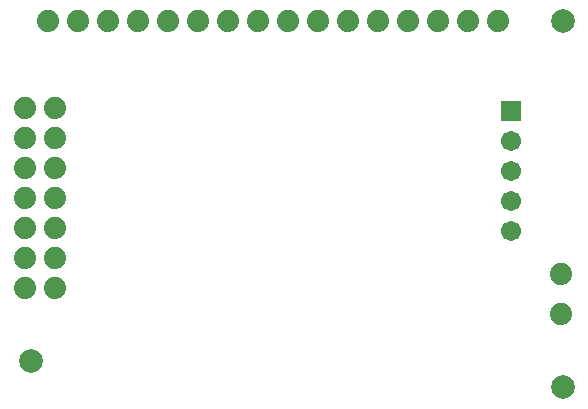
<source format=gbr>
G04 CAM Products 2000  RS274-X Output*
G04 Serial Number: 0000-00-00000*
G04 File Name:Z:\media\yandex\zakaz_moduli_lcd_bt\lcd_shield\gerberRS274X\lcd_modul_BottomMask.gbr *
%FSLAX34Y34*%
%MOIN*%
%SFA1B1*%

%IPPOS*%
%ADD11C,0.006000*%
%ADD13C,0.013000*%
%ADD14C,0.025000*%
%ADD15R,0.070900X0.063000*%
%ADD16R,0.059100X0.059100*%
%ADD17C,0.059100*%
%ADD18C,0.066000*%
%ADD19R,0.033500X0.039400*%
%ADD20R,0.063000X0.070900*%
%ADD21R,0.023600X0.078700*%
%ADD22C,0.078700*%
%ADD26R,0.031600X0.086700*%
%ADD28R,0.071000X0.078900*%
%ADD30R,0.041500X0.047400*%
%ADD32C,0.074000*%
%ADD34C,0.067100*%
%ADD36R,0.067100X0.067100*%
%ADD38R,0.078900X0.071000*%
%ADD41C,0.004600*%
%ADD42C,0.007700*%
%ADD500C,0.035400*%
%ADD501C,0.039400*%
%ADD502C,0.078700*%
%LNlcd_modul_BottomMask-1*%
%LPD*%
G54D36*
X22876Y14378D03*
G54D34*
X22876Y13378D03*
Y12378D03*
Y11378D03*
Y10378D03*
G54D22*
X24614Y5173D03*
X6878Y6065D03*
X24614Y17378D03*
G54D32*
X22448Y17378D03*
X21448D03*
X20448D03*
X19448D03*
X18448D03*
X17448D03*
X16448D03*
X15448D03*
X14448D03*
X13448D03*
X12448D03*
X11448D03*
X10448D03*
X9448D03*
X8448D03*
X7448D03*
X7690Y14504D03*
X6690D03*
X7690Y13504D03*
X6690D03*
X7690Y12504D03*
X6690D03*
X7690Y11504D03*
X6690D03*
X7690Y10504D03*
X6690D03*
X7690Y9504D03*
X6690D03*
X7690Y8504D03*
X6690D03*
X24567Y7628D03*
Y8941D03*
M02*
</source>
